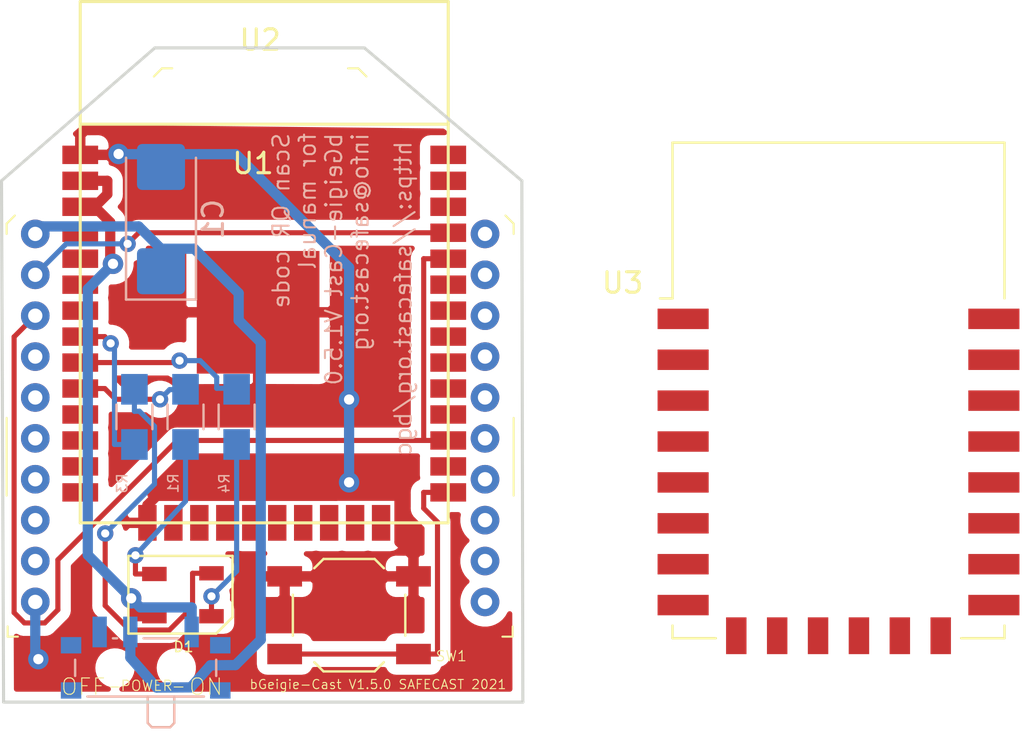
<source format=kicad_pcb>
(kicad_pcb (version 20210623) (generator pcbnew)
  (layers (0 "F.Cu" signal "Top") (31 "B.Cu" signal "Bottom") (34 "B.Paste" user) (35 "F.Paste" user) (36 "B.SilkS" user "B.Silkscreen") (37 "F.SilkS" user "F.Silkscreen") (38 "B.Mask" user) (39 "F.Mask" user) (44 "Edge.Cuts" user))
  (net 0 "")
  (net 1 "GND")
  (net 2 "VDD")
  (net 3 "Net-(D1-Pad1)")
  (net 4 "Net-(D1-Pad3)")
  (net 5 "Net-(D1-Pad4)")
  (net 6 "Net-(SW1-Pad1)")
  (net 7 "Net-(U1-Pad27)")
  (net 8 "+3V3")
  (net 9 "Net-(U1-Pad35)")
  (net 10 "Net-(R1-Pad1)")
  (net 11 "Net-(R3-Pad1)")
  (net 12 "Net-(R4-Pad1)")
  (footprint "Buttons_Switches_SMD:SW_SPST_TL3342" (layer "F.Cu") (at 152.75 118 180)
    (fp_text reference "SW1" hide)
    (fp_text value "TACT-SWITCH" hide)
    (fp_text user "${REFERENCE}" (at -5 -2) (layer "F.SilkS") (effects (font (size 0.5 0.5) (thickness 0.05))))
    (fp_line (start -1.7 2.3) (end -1.25 2.75) (layer "F.SilkS") (width 0.12))
    (fp_line (start -1.25 2.75) (end 1.25 2.75) (layer "F.SilkS") (width 0.12))
    (fp_line (start 1.7 2.3) (end 1.25 2.75) (layer "F.SilkS") (width 0.12))
    (fp_line (start -1.7 -2.3) (end -1.25 -2.75) (layer "F.SilkS") (width 0.12))
    (fp_line (start 1.7 -2.3) (end 1.25 -2.75) (layer "F.SilkS") (width 0.12))
    (fp_line (start -1.25 -2.75) (end 1.25 -2.75) (layer "F.SilkS") (width 0.12))
    (fp_line (start 2.75 -1) (end 2.75 1) (layer "F.SilkS") (width 0.12))
    (fp_line (start -2.75 -1) (end -2.75 1) (layer "F.SilkS") (width 0.12))
    (pad "1" smd rect locked (at 3.15 -1.9 180) (size 1.7 1) (layers "F.Cu" "F.Paste" "F.Mask") (net 6 "Net-(SW1-Pad1)"))
    (pad "1" smd rect locked (at -3.15 -1.9 180) (size 1.7 1) (layers "F.Cu" "F.Paste" "F.Mask") (net 6 "Net-(SW1-Pad1)"))
    (pad "2" smd rect locked (at -3.15 1.9 180) (size 1.7 1) (layers "F.Cu" "F.Paste" "F.Mask") (net 1 "GND"))
    (pad "2" smd rect locked (at 3.15 1.9 180) (size 1.7 1) (layers "F.Cu" "F.Paste" "F.Mask") (net 1 "GND"))
  )
  (footprint "digikey-footprints:DJS-BRGBC-TR8" (layer "F.Cu") (at 144.75 117 90)
    (fp_text reference "D1" (at -2.55 -0.1) (layer "F.SilkS") (effects (font (size 0.5 0.5) (thickness 0.075))))
    (fp_text value "RGB-LED")
    (fp_line (start -1.9 -2.794) (end 1.9 -2.794) (layer "F.SilkS") (width 0.12))
    (fp_line (start 1.9 2.3) (end -1.1 2.3) (layer "F.SilkS") (width 0.12))
    (fp_line (start -1.1 2.3) (end -1.9 1.5) (layer "F.SilkS") (width 0.12))
    (fp_line (start 1.9 -2.794) (end 1.9 2.3) (layer "F.SilkS") (width 0.12))
    (fp_line (start -1.9 1.5) (end -1.9 -2.794) (layer "F.SilkS") (width 0.12))
    (pad "1" smd rect locked (at -1.05 1.27 90) (size 0.7 1.2) (layers "F.Cu" "F.Paste" "F.Mask") (net 3 "Net-(D1-Pad1)"))
    (pad "2" smd rect locked (at -1.05 -1.524 90) (size 0.7 1.2) (layers "F.Cu" "F.Paste" "F.Mask") (net 8 "+3V3"))
    (pad "3" smd rect locked (at 1.016 -1.524 90) (size 0.7 1.2) (layers "F.Cu" "F.Paste" "F.Mask") (net 4 "Net-(D1-Pad3)"))
    (pad "4" smd rect locked (at 1.05 1.27 90) (size 0.7 1.2) (layers "F.Cu" "F.Paste" "F.Mask") (net 5 "Net-(D1-Pad4)"))
  )
  (footprint "digikey-footprints:XBEE-20_THT" (layer "F.Cu") (at 148.4 108.35)
    (fp_text reference "U2" (at 0 -18.49) (layer "F.SilkS"))
    (fp_text value "XBEE-socket")
    (fp_line (start 4.8 -17.1) (end 4.3 -17.1) (layer "F.SilkS") (width 0.1))
    (fp_line (start 12.4 -9.5) (end 12 -9.9) (layer "F.SilkS") (width 0.1))
    (fp_line (start -4.8 -17.1) (end -5.2 -16.7) (layer "F.SilkS") (width 0.1))
    (fp_line (start 12.4 -9.5) (end 12.4 -9) (layer "F.SilkS") (width 0.1))
    (fp_line (start 12.35 10.7) (end 11.85 10.7) (layer "F.SilkS") (width 0.1))
    (fp_line (start -12.35 10.7) (end -12.35 10.2) (layer "F.SilkS") (width 0.1))
    (fp_line (start -12.4 0) (end -12.4 3.8) (layer "F.SilkS") (width 0.1))
    (fp_line (start 12.4 0) (end 12.4 3.8) (layer "F.SilkS") (width 0.1))
    (fp_line (start -12.4 -9.5) (end -12.4 -9) (layer "F.SilkS") (width 0.1))
    (fp_line (start -12.4 -9.5) (end -12 -9.9) (layer "F.SilkS") (width 0.1))
    (fp_line (start 4.8 -17.1) (end 5.2 -16.7) (layer "F.SilkS") (width 0.1))
    (fp_line (start -12.35 10.7) (end -11.85 10.7) (layer "F.SilkS") (width 0.1))
    (fp_line (start 12.35 10.7) (end 12.35 10.2) (layer "F.SilkS") (width 0.1))
    (fp_line (start -4.8 -17.1) (end -4.3 -17.1) (layer "F.SilkS") (width 0.1))
    (pad "1" thru_hole circle locked (at -11 -9) (size 1.4 1.4) (drill 0.7) (layers *.Cu *.Mask) (net 2 "VDD"))
    (pad "2" thru_hole circle locked (at -11 -7) (size 1.4 1.4) (drill 0.7) (layers *.Cu *.Mask) (net 9 "Net-(U1-Pad35)"))
    (pad "3" thru_hole circle locked (at -11 -5) (size 1.4 1.4) (drill 0.7) (layers *.Cu *.Mask) (net 7 "Net-(U1-Pad27)"))
    (pad "4" thru_hole circle locked (at -11 -3) (size 1.4 1.4) (drill 0.7) (layers *.Cu *.Mask))
    (pad "5" thru_hole circle locked (at -11 -1) (size 1.4 1.4) (drill 0.7) (layers *.Cu *.Mask))
    (pad "6" thru_hole circle locked (at -11 1) (size 1.4 1.4) (drill 0.7) (layers *.Cu *.Mask))
    (pad "7" thru_hole circle locked (at -11 3) (size 1.4 1.4) (drill 0.7) (layers *.Cu *.Mask))
    (pad "8" thru_hole circle locked (at -11 5) (size 1.4 1.4) (drill 0.7) (layers *.Cu *.Mask))
    (pad "9" thru_hole circle locked (at -11 7) (size 1.4 1.4) (drill 0.7) (layers *.Cu *.Mask))
    (pad "10" thru_hole circle locked (at -11 9) (size 1.4 1.4) (drill 0.7) (layers *.Cu *.Mask) (net 1 "GND"))
    (pad "11" thru_hole circle locked (at 11 9) (size 1.4 1.4) (drill 0.7) (layers *.Cu *.Mask))
    (pad "12" thru_hole circle locked (at 11 7) (size 1.4 1.4) (drill 0.7) (layers *.Cu *.Mask))
    (pad "13" thru_hole circle locked (at 11 5) (size 1.4 1.4) (drill 0.7) (layers *.Cu *.Mask))
    (pad "14" thru_hole circle locked (at 11 3) (size 1.4 1.4) (drill 0.7) (layers *.Cu *.Mask))
    (pad "15" thru_hole circle locked (at 11 1) (size 1.4 1.4) (drill 0.7) (layers *.Cu *.Mask))
    (pad "16" thru_hole circle locked (at 11 -1) (size 1.4 1.4) (drill 0.7) (layers *.Cu *.Mask))
    (pad "17" thru_hole circle locked (at 11 -3) (size 1.4 1.4) (drill 0.7) (layers *.Cu *.Mask))
    (pad "18" thru_hole circle locked (at 11 -5) (size 1.4 1.4) (drill 0.7) (layers *.Cu *.Mask))
    (pad "19" thru_hole circle locked (at 11 -7) (size 1.4 1.4) (drill 0.7) (layers *.Cu *.Mask))
    (pad "20" thru_hole circle locked (at 11 -9) (size 1.4 1.4) (drill 0.7) (layers *.Cu *.Mask))
  )
  (footprint "ESP32-footprints-Lib:ESP-32S" (layer "F.Cu") (at 148.653 105)
    (fp_text reference "U1" (at -0.6 -9.1) (layer "F.SilkS"))
    (fp_text value "ESP32S")
    (fp_line (start 8.947434 -17.017338) (end -9.052566 -17.017338) (layer "F.SilkS") (width 0.15))
    (fp_line (start 8.947434 -11.017338) (end -9.052566 -11.017338) (layer "F.SilkS") (width 0.15))
    (fp_line (start 8.947434 8.482662) (end -9.052566 8.482662) (layer "F.SilkS") (width 0.15))
    (fp_line (start -9.052566 -17.017338) (end -9.052566 8.482662) (layer "F.SilkS") (width 0.15))
    (fp_line (start 8.947434 -17.017338) (end 8.947434 8.482662) (layer "F.SilkS") (width 0.15))
    (pad "1" smd rect locked (at -9.052566 -9.517338 180) (size 1.75 0.9) (layers "F.Cu" "F.Paste" "F.Mask") (net 1 "GND"))
    (pad "2" smd rect locked (at -9.052566 -8.247338 180) (size 1.75 0.9) (layers "F.Cu" "F.Paste" "F.Mask") (net 8 "+3V3"))
    (pad "3" smd rect locked (at -9.052566 -6.977338 180) (size 1.75 0.9) (layers "F.Cu" "F.Paste" "F.Mask") (net 8 "+3V3"))
    (pad "4" smd rect locked (at -9.052566 -5.707338 180) (size 1.75 0.9) (layers "F.Cu" "F.Paste" "F.Mask"))
    (pad "5" smd rect locked (at -9.052566 -4.437338 180) (size 1.75 0.9) (layers "F.Cu" "F.Paste" "F.Mask"))
    (pad "6" smd rect locked (at -9.052566 -3.167338 180) (size 1.75 0.9) (layers "F.Cu" "F.Paste" "F.Mask"))
    (pad "7" smd rect locked (at -9.052566 -1.897338 180) (size 1.75 0.9) (layers "F.Cu" "F.Paste" "F.Mask"))
    (pad "8" smd rect locked (at -9.052566 -0.627338 180) (size 1.75 0.9) (layers "F.Cu" "F.Paste" "F.Mask") (net 11 "Net-(R3-Pad1)"))
    (pad "9" smd rect locked (at -9.052566 0.642662 180) (size 1.75 0.9) (layers "F.Cu" "F.Paste" "F.Mask") (net 12 "Net-(R4-Pad1)"))
    (pad "10" smd rect locked (at -9.052566 1.912662 180) (size 1.75 0.9) (layers "F.Cu" "F.Paste" "F.Mask") (net 10 "Net-(R1-Pad1)"))
    (pad "11" smd rect locked (at -9.052566 3.182662 180) (size 1.75 0.9) (layers "F.Cu" "F.Paste" "F.Mask"))
    (pad "12" smd rect locked (at -9.052566 4.452662 180) (size 1.75 0.9) (layers "F.Cu" "F.Paste" "F.Mask"))
    (pad "13" smd rect locked (at -9.052566 5.722662 180) (size 1.75 0.9) (layers "F.Cu" "F.Paste" "F.Mask"))
    (pad "14" smd rect locked (at -9.052566 6.992662 180) (size 1.75 0.9) (layers "F.Cu" "F.Paste" "F.Mask"))
    (pad "15" smd rect locked (at -5.767566 8.482662 180) (size 0.9 1.75) (layers "F.Cu" "F.Paste" "F.Mask") (net 1 "GND"))
    (pad "16" smd rect locked (at -4.497566 8.482662 180) (size 0.9 1.75) (layers "F.Cu" "F.Paste" "F.Mask"))
    (pad "17" smd rect locked (at -3.227566 8.482662 180) (size 0.9 1.75) (layers "F.Cu" "F.Paste" "F.Mask"))
    (pad "18" smd rect locked (at -1.957566 8.482662 180) (size 0.9 1.75) (layers "F.Cu" "F.Paste" "F.Mask"))
    (pad "19" smd rect locked (at -0.687566 8.482662 180) (size 0.9 1.75) (layers "F.Cu" "F.Paste" "F.Mask"))
    (pad "20" smd rect locked (at 0.582434 8.482662 180) (size 0.9 1.75) (layers "F.Cu" "F.Paste" "F.Mask"))
    (pad "21" smd rect locked (at 1.852434 8.482662 180) (size 0.9 1.75) (layers "F.Cu" "F.Paste" "F.Mask"))
    (pad "22" smd rect locked (at 3.122434 8.482662 180) (size 0.9 1.75) (layers "F.Cu" "F.Paste" "F.Mask"))
    (pad "23" smd rect locked (at 4.392434 8.482662 180) (size 0.9 1.75) (layers "F.Cu" "F.Paste" "F.Mask"))
    (pad "24" smd rect locked (at 5.662434 8.482662 180) (size 0.9 1.75) (layers "F.Cu" "F.Paste" "F.Mask"))
    (pad "25" smd rect locked (at 8.947434 6.992662 180) (size 1.75 0.9) (layers "F.Cu" "F.Paste" "F.Mask") (net 6 "Net-(SW1-Pad1)"))
    (pad "26" smd rect locked (at 8.947434 5.722662 180) (size 1.75 0.9) (layers "F.Cu" "F.Paste" "F.Mask"))
    (pad "27" smd rect locked (at 8.947434 4.452662 180) (size 1.75 0.9) (layers "F.Cu" "F.Paste" "F.Mask") (net 7 "Net-(U1-Pad27)"))
    (pad "28" smd rect locked (at 8.947434 3.182662 180) (size 1.75 0.9) (layers "F.Cu" "F.Paste" "F.Mask"))
    (pad "29" smd rect locked (at 8.947434 1.912662 180) (size 1.75 0.9) (layers "F.Cu" "F.Paste" "F.Mask"))
    (pad "30" smd rect locked (at 8.947434 0.642662 180) (size 1.75 0.9) (layers "F.Cu" "F.Paste" "F.Mask"))
    (pad "31" smd rect locked (at 8.947434 -0.627338 180) (size 1.75 0.9) (layers "F.Cu" "F.Paste" "F.Mask"))
    (pad "32" smd rect locked (at 8.947434 -1.897338 180) (size 1.75 0.9) (layers "F.Cu" "F.Paste" "F.Mask"))
    (pad "33" smd rect locked (at 8.947434 -3.167338 180) (size 1.75 0.9) (layers "F.Cu" "F.Paste" "F.Mask"))
    (pad "34" smd rect locked (at 8.947434 -4.437338 180) (size 1.75 0.9) (layers "F.Cu" "F.Paste" "F.Mask") (net 7 "Net-(U1-Pad27)"))
    (pad "35" smd rect locked (at 8.947434 -5.707338 180) (size 1.75 0.9) (layers "F.Cu" "F.Paste" "F.Mask") (net 9 "Net-(U1-Pad35)"))
    (pad "36" smd rect locked (at 8.947434 -6.977338 180) (size 1.75 0.9) (layers "F.Cu" "F.Paste" "F.Mask"))
    (pad "37" smd rect locked (at 8.947434 -8.247338 180) (size 1.75 0.9) (layers "F.Cu" "F.Paste" "F.Mask"))
    (pad "38" smd rect locked (at 8.947434 -9.517338 180) (size 1.75 0.9) (layers "F.Cu" "F.Paste" "F.Mask"))
    (pad "39" smd rect locked (at -0.352566 -1.817338 180) (size 6 6) (layers "F.Cu" "F.Paste" "F.Mask") (net 1 "GND"))
  )
  (footprint "RF_Module:ESP-12E" (layer "F.Cu") (at 176.69 107.005)
    (fp_text reference "U3" (at -10.56 -5.26) (layer "F.SilkS"))
    (fp_text value "ESP32-C3")
    (fp_line (start 8.12 11.5) (end 8.12 12.12) (layer "F.SilkS") (width 0.12))
    (fp_line (start -8.12 -4.5) (end -8.73 -4.5) (layer "F.SilkS") (width 0.12))
    (fp_line (start -8.12 -12.12) (end 8.12 -12.12) (layer "F.SilkS") (width 0.12))
    (fp_line (start -8.12 12.12) (end -8.12 11.5) (layer "F.SilkS") (width 0.12))
    (fp_line (start 8.12 -12.12) (end 8.12 -4.5) (layer "F.SilkS") (width 0.12))
    (fp_line (start -6 12.12) (end -8.12 12.12) (layer "F.SilkS") (width 0.12))
    (fp_line (start -8.12 -4.5) (end -8.12 -12.12) (layer "F.SilkS") (width 0.12))
    (fp_line (start 8.12 12.12) (end 6 12.12) (layer "F.SilkS") (width 0.12))
    (pad "1" smd rect locked (at -7.6 -3.5) (size 2.5 1) (layers "F.Cu" "F.Paste" "F.Mask"))
    (pad "2" smd rect locked (at -7.6 -1.5) (size 2.5 1) (layers "F.Cu" "F.Paste" "F.Mask"))
    (pad "3" smd rect locked (at -7.6 0.5) (size 2.5 1) (layers "F.Cu" "F.Paste" "F.Mask"))
    (pad "4" smd rect locked (at -7.6 2.5) (size 2.5 1) (layers "F.Cu" "F.Paste" "F.Mask"))
    (pad "5" smd rect locked (at -7.6 4.5) (size 2.5 1) (layers "F.Cu" "F.Paste" "F.Mask"))
    (pad "6" smd rect locked (at -7.6 6.5) (size 2.5 1) (layers "F.Cu" "F.Paste" "F.Mask"))
    (pad "7" smd rect locked (at -7.6 8.5) (size 2.5 1) (layers "F.Cu" "F.Paste" "F.Mask"))
    (pad "8" smd rect locked (at -7.6 10.5) (size 2.5 1) (layers "F.Cu" "F.Paste" "F.Mask"))
    (pad "9" smd rect locked (at -5 12) (size 1 1.8) (layers "F.Cu" "F.Paste" "F.Mask"))
    (pad "10" smd rect locked (at -3 12) (size 1 1.8) (layers "F.Cu" "F.Paste" "F.Mask"))
    (pad "11" smd rect locked (at -1 12) (size 1 1.8) (layers "F.Cu" "F.Paste" "F.Mask"))
    (pad "12" smd rect locked (at 1 12) (size 1 1.8) (layers "F.Cu" "F.Paste" "F.Mask"))
    (pad "13" smd rect locked (at 3 12) (size 1 1.8) (layers "F.Cu" "F.Paste" "F.Mask"))
    (pad "14" smd rect locked (at 5 12) (size 1 1.8) (layers "F.Cu" "F.Paste" "F.Mask"))
    (pad "15" smd rect locked (at 7.6 10.5) (size 2.5 1) (layers "F.Cu" "F.Paste" "F.Mask"))
    (pad "16" smd rect locked (at 7.6 8.5) (size 2.5 1) (layers "F.Cu" "F.Paste" "F.Mask"))
    (pad "17" smd rect locked (at 7.6 6.5) (size 2.5 1) (layers "F.Cu" "F.Paste" "F.Mask"))
    (pad "18" smd rect locked (at 7.6 4.5) (size 2.5 1) (layers "F.Cu" "F.Paste" "F.Mask"))
    (pad "19" smd rect locked (at 7.6 2.5) (size 2.5 1) (layers "F.Cu" "F.Paste" "F.Mask"))
    (pad "20" smd rect locked (at 7.6 0.5) (size 2.5 1) (layers "F.Cu" "F.Paste" "F.Mask"))
    (pad "21" smd rect locked (at 7.6 -1.5) (size 2.5 1) (layers "F.Cu" "F.Paste" "F.Mask"))
    (pad "22" smd rect locked (at 7.6 -3.5) (size 2.5 1) (layers "F.Cu" "F.Paste" "F.Mask"))
  )
  (footprint "Buttons_Switches_SMD:SW_SPDT_PCM12" (layer "B.Cu") (at 142.8 120.25 180)
    (fp_text reference "SW2" hide)
    (fp_text value "SWITCH_INV" hide)
    (fp_line (start -0.1 -3.02) (end -0.3 -3.23) (layer "B.SilkS") (width 0.12))
    (fp_line (start -1.4 -3.02) (end -1.2 -3.23) (layer "B.SilkS") (width 0.12))
    (fp_line (start -2.85 -1.73) (end 2.85 -1.73) (layer "B.SilkS") (width 0.12))
    (fp_line (start -1.2 -3.23) (end -0.3 -3.23) (layer "B.SilkS") (width 0.12))
    (fp_line (start -1.6 1.12) (end 0.1 1.12) (layer "B.SilkS") (width 0.12))
    (fp_line (start 3.45 -0.72) (end 3.45 0.07) (layer "B.SilkS") (width 0.12))
    (fp_line (start 1.4 1.12) (end 1.6 1.12) (layer "B.SilkS") (width 0.12))
    (fp_line (start -3.45 0.07) (end -3.45 -0.72) (layer "B.SilkS") (width 0.12))
    (fp_line (start -0.1 -3.02) (end -0.1 -1.73) (layer "B.SilkS") (width 0.12))
    (fp_line (start -1.4 -1.73) (end -1.4 -3.02) (layer "B.SilkS") (width 0.12))
    (pad "" smd rect locked (at 3.65 -1.43 180) (size 1 0.8) (layers "B.Cu" "B.Paste" "B.Mask"))
    (pad "" smd rect locked (at -3.65 0.78 180) (size 1 0.8) (layers "B.Cu" "B.Paste" "B.Mask"))
    (pad "" smd rect locked (at 3.65 0.78 180) (size 1 0.8) (layers "B.Cu" "B.Paste" "B.Mask"))
    (pad "" np_thru_hole circle locked (at 1.5 -0.33 180) (size 0.9 0.9) (drill 0.9) (layers *.Cu *.Mask))
    (pad "" np_thru_hole circle locked (at -1.5 -0.33 180) (size 0.9 0.9) (drill 0.9) (layers *.Cu *.Mask))
    (pad "" smd rect locked (at -3.65 -1.43 180) (size 1 0.8) (layers "B.Cu" "B.Paste" "B.Mask"))
    (pad "1" smd rect locked (at -2.25 1.43 180) (size 0.7 1.5) (layers "B.Cu" "B.Paste" "B.Mask") (net 8 "+3V3"))
    (pad "2" smd rect locked (at 0.75 1.43 180) (size 0.7 1.5) (layers "B.Cu" "B.Paste" "B.Mask") (net 2 "VDD"))
    (pad "3" smd rect locked (at 2.25 1.43 180) (size 0.7 1.5) (layers "B.Cu" "B.Paste" "B.Mask"))
  )
  (footprint "Capacitor_Tantalum_SMD:CP_EIA-6032-15_Kemet-U_Pad2.25x2.35mm_HandSolder" (layer "B.Cu") (at 143.55 98.625 90)
    (fp_text reference "C1" (at 0 2.55 90) (layer "B.SilkS") (effects (justify mirror)))
    (fp_text value "330uF")
    (fp_line (start -3.935 -1.71) (end 3 -1.71) (layer "B.SilkS") (width 0.12))
    (fp_line (start 3 1.71) (end -3.935 1.71) (layer "B.SilkS") (width 0.12))
    (fp_line (start -3.935 1.71) (end -3.935 -1.71) (layer "B.SilkS") (width 0.12))
    (pad "1" smd roundrect locked (at -2.55 0 90) (size 2.25 2.35) (layers "B.Cu" "B.Paste" "B.Mask") (roundrect_rratio 0.111111) (net 2 "VDD"))
    (pad "2" smd roundrect locked (at 2.55 0 90) (size 2.25 2.35) (layers "B.Cu" "B.Paste" "B.Mask") (roundrect_rratio 0.111111) (net 1 "GND"))
  )
  (footprint "Resistors_SMD:R_0805_HandSoldering" (layer "B.Cu") (at 144.75 108.3 -90)
    (fp_text reference "R1" (at 3.25 0.6 -90) (layer "B.SilkS") (effects (font (size 0.5 0.5) (thickness 0.075)) (justify mirror)))
    (fp_text value "470")
    (fp_line (start 0.6 -0.88) (end -0.6 -0.88) (layer "B.SilkS") (width 0.12))
    (fp_line (start -0.6 0.88) (end 0.6 0.88) (layer "B.SilkS") (width 0.12))
    (pad "1" smd rect locked (at -1.35 0 270) (size 1.5 1.3) (layers "B.Cu" "B.Paste" "B.Mask") (net 10 "Net-(R1-Pad1)"))
    (pad "2" smd rect locked (at 1.35 0 270) (size 1.5 1.3) (layers "B.Cu" "B.Paste" "B.Mask") (net 4 "Net-(D1-Pad3)"))
  )
  (footprint "Resistors_SMD:R_0805_HandSoldering" (layer "B.Cu") (at 142.25 108.3 90)
    (fp_text reference "R3" (at -3.25 -0.6 90) (layer "B.SilkS") (effects (font (size 0.5 0.5) (thickness 0.075)) (justify mirror)))
    (fp_text value "470")
    (fp_line (start 0.6 -0.88) (end -0.6 -0.88) (layer "B.SilkS") (width 0.12))
    (fp_line (start -0.6 0.88) (end 0.6 0.88) (layer "B.SilkS") (width 0.12))
    (pad "1" smd rect locked (at -1.35 0 90) (size 1.5 1.3) (layers "B.Cu" "B.Paste" "B.Mask") (net 11 "Net-(R3-Pad1)"))
    (pad "2" smd rect locked (at 1.35 0 90) (size 1.5 1.3) (layers "B.Cu" "B.Paste" "B.Mask") (net 5 "Net-(D1-Pad4)"))
  )
  (footprint "Resistors_SMD:R_0805_HandSoldering" (layer "B.Cu") (at 147.25 108.3 -90)
    (fp_text reference "R4" (at 3.25 0.6 -90) (layer "B.SilkS") (effects (font (size 0.5 0.5) (thickness 0.075)) (justify mirror)))
    (fp_text value "470")
    (fp_line (start 0.6 -0.88) (end -0.6 -0.88) (layer "B.SilkS") (width 0.12))
    (fp_line (start -0.6 0.88) (end 0.6 0.88) (layer "B.SilkS") (width 0.12))
    (pad "1" smd rect locked (at -1.35 0 270) (size 1.5 1.3) (layers "B.Cu" "B.Paste" "B.Mask") (net 12 "Net-(R4-Pad1)"))
    (pad "2" smd rect locked (at 1.35 0 270) (size 1.5 1.3) (layers "B.Cu" "B.Paste" "B.Mask") (net 3 "Net-(D1-Pad1)"))
  )
  (gr_line (start 143.25 90.25) (end 153.5 90.25) (layer "Edge.Cuts") (width 0.15))
  (gr_line (start 135.75 96.75) (end 143.25 90.25) (layer "Edge.Cuts") (width 0.15))
  (gr_line (start 135.75 96.75) (end 135.85 122.25) (layer "Edge.Cuts") (width 0.15))
  (gr_line (start 161.25 122.25) (end 135.85 122.25) (layer "Edge.Cuts") (width 0.15))
  (gr_line (start 161.2011 96.75) (end 161.25 122.25) (layer "Edge.Cuts") (width 0.15))
  (gr_line (start 153.5 90.25) (end 161.2011 96.75) (layer "Edge.Cuts") (width 0.15))
  (gr_text "Scan QR code \nfor manual\nbGeigie-Cast V1.5.0 \ninfo@safecast.org\n" (at 151.36 94.35 90) (layer "B.SilkS") (effects (font (size 0.8 0.8) (thickness 0.1)) (justify left mirror)))
  (gr_text "https://safecast.org/bgc" (at 155.4 102.51 90) (layer "B.SilkS") (effects (font (size 0.8 0.8) (thickness 0.1)) (justify mirror)))
  (gr_text "OFF" (at 139.75 121.5) (layer "F.SilkS") (effects (font (size 0.8 0.8) (thickness 0.05))))
  (gr_text "bGeigie-Cast V1.5.0 SAFECAST 2021" (at 147.85 121.65) (layer "F.SilkS") (effects (font (size 0.45 0.45) (thickness 0.05)) (justify left bottom)))
  (gr_text "ON" (at 145.75 121.5) (layer "F.SilkS") (effects (font (size 0.8 0.8) (thickness 0.05))))
  (gr_text "—POWER—" (at 142.85 121.45) (layer "F.SilkS") (effects (font (size 0.5 0.5) (thickness 0.05))))
  (segment (start 152.250001 111.999999) (end 152.75 111.5) (width 0.5) (layer "F.Cu") (net 1))
  (segment (start 155.215435 112.247661) (end 155.215435 114.415435) (width 0.5) (layer "F.Cu") (net 1))
  (segment (start 155.215435 114.415435) (end 155.9 115.1) (width 0.5) (layer "F.Cu") (net 1))
  (segment (start 155.125435 112.157661) (end 155.215435 112.247661) (width 0.5) (layer "F.Cu") (net 1))
  (segment (start 142.885434 113.482662) (end 142.885434 112.61766) (width 0.5) (layer "F.Cu") (net 1))
  (segment (start 142.885434 112.61766) (end 143.345433 112.157661) (width 0.5) (layer "F.Cu") (net 1))
  (segment (start 143.345433 112.157661) (end 155.125435 112.157661) (width 0.5) (layer "F.Cu") (net 1))
  (segment (start 143.345433 112.157661) (end 152.092339 112.157661) (width 0.5) (layer "F.Cu") (net 1))
  (segment (start 155.9 115.1) (end 155.9 116.1) (width 0.5) (layer "F.Cu") (net 1))
  (segment (start 152.092339 112.157661) (end 152.250001 111.999999) (width 0.5) (layer "F.Cu") (net 1))
  (via (at 152.75 111.5) (size 1) (drill 0.5) (layers "F.Cu" "B.Cu") (net 1))
  (via (at 152.75 107.45) (size 1) (drill 0.5) (layers "F.Cu" "B.Cu") (net 1))
  (via (at 137.55 120.15) (size 1) (drill 0.5) (layers "F.Cu" "B.Cu") (net 1))
  (via (at 141.4754 95.4401) (size 1) (drill 0.5) (layers "F.Cu" "B.Cu") (net 1))
  (segment (start 152.75 100.989998) (end 147.210002 95.45) (width 0.5) (layer "B.Cu") (net 1))
  (segment (start 137.4 117.35) (end 137.4 120) (width 0.5) (layer "B.Cu") (net 1))
  (segment (start 141.4754 95.4401) (end 141.7398 95.4401) (width 0.5) (layer "B.Cu") (net 1))
  (segment (start 137.4 120) (end 137.55 120.15) (width 0.5) (layer "B.Cu") (net 1))
  (segment (start 147.210002 95.45) (end 145.4 95.45) (width 0.5) (layer "B.Cu") (net 1))
  (segment (start 152.75 107.45) (end 152.75 111.5) (width 0.5) (layer "B.Cu") (net 1))
  (segment (start 143.55 95.45) (end 141.7497 95.45) (width 0.5) (layer "B.Cu") (net 1))
  (segment (start 152.75 107.45) (end 152.75 100.989998) (width 0.5) (layer "B.Cu") (net 1))
  (segment (start 141.7398 95.4401) (end 141.7497 95.45) (width 0.5) (layer "B.Cu") (net 1))
  (segment (start 145.4 95.45) (end 143.55 95.45) (width 0.5) (layer "B.Cu") (net 1))
  (segment (start 146.21 120.45) (end 145.969998 120.45) (width 0.5) (layer "B.Cu") (net 2))
  (segment (start 143.55 100.0747) (end 145.1747 100.0747) (width 0.5) (layer "B.Cu") (net 2))
  (segment (start 147.35 102.25) (end 147.35 103.5753) (width 0.5) (layer "B.Cu") (net 2))
  (segment (start 145.1747 100.0747) (end 147.35 102.25) (width 0.5) (layer "B.Cu") (net 2))
  (segment (start 148.43 104.6553) (end 148.43 119.200002) (width 0.5) (layer "B.Cu") (net 2))
  (segment (start 148.43 119.200002) (end 147.190002 120.44) (width 0.5) (layer "B.Cu") (net 2))
  (segment (start 147.190002 120.44) (end 146.21 120.45) (width 0.5) (layer "B.Cu") (net 2))
  (segment (start 137.7674 98.9826) (end 142.4579 98.9826) (width 0.5) (layer "B.Cu") (net 2))
  (segment (start 147.35 103.5753) (end 148.43 104.6553) (width 0.5) (layer "B.Cu") (net 2))
  (segment (start 142.05 120.07) (end 142.05 118.82) (width 0.5) (layer "B.Cu") (net 2))
  (segment (start 145.969998 120.45) (end 145.01 121.53) (width 0.5) (layer "B.Cu") (net 2))
  (segment (start 143.34 121.54) (end 142.05 120.07) (width 0.5) (layer "B.Cu") (net 2))
  (segment (start 143.55 101.8) (end 143.55 100.0747) (width 0.5) (layer "B.Cu") (net 2))
  (segment (start 145.01 121.53) (end 143.34 121.54) (width 0.5) (layer "B.Cu") (net 2))
  (segment (start 137.4 99.35) (end 137.7674 98.9826) (width 0.5) (layer "B.Cu") (net 2))
  (segment (start 142.4579 98.9826) (end 143.55 100.0747) (width 0.5) (layer "B.Cu") (net 2))
  (segment (start 146.02 118.05) (end 146.02 117.0779) (width 0.25) (layer "F.Cu") (net 3))
  (via (at 146.02 117.0779) (size 0.8) (drill 0.4) (layers "F.Cu" "B.Cu") (net 3))
  (segment (start 147.25 115.8479) (end 146.02 117.0779) (width 0.25) (layer "B.Cu") (net 3))
  (segment (start 147.25 109.6) (end 147.25 115.8479) (width 0.25) (layer "B.Cu") (net 3))
  (segment (start 143.226 115.984) (end 142.3007 115.984) (width 0.25) (layer "F.Cu") (net 4))
  (segment (start 142.3007 115.984) (end 142.3007 115.0704) (width 0.25) (layer "F.Cu") (net 4))
  (via (at 142.3007 115.0704) (size 0.8) (drill 0.4) (layers "F.Cu" "B.Cu") (net 4))
  (segment (start 144.75 112.4211) (end 142.3007 115.0704) (width 0.25) (layer "B.Cu") (net 4))
  (segment (start 144.75 112.4211) (end 144.75 109.65) (width 0.25) (layer "B.Cu") (net 4))
  (segment (start 145.0947 117.5914) (end 145.0947 115.95) (width 0.25) (layer "F.Cu") (net 5))
  (segment (start 140.8203 114.0018) (end 140.8203 117.5311) (width 0.25) (layer "F.Cu") (net 5))
  (segment (start 140.8203 117.5311) (end 142.0146 118.7254) (width 0.25) (layer "F.Cu") (net 5))
  (segment (start 142.0146 118.7254) (end 143.9607 118.7254) (width 0.25) (layer "F.Cu") (net 5))
  (segment (start 146.02 115.95) (end 145.0947 115.95) (width 0.25) (layer "F.Cu") (net 5))
  (segment (start 143.9607 118.7254) (end 145.0947 117.5914) (width 0.25) (layer "F.Cu") (net 5))
  (via (at 140.8203 114.0018) (size 0.8) (drill 0.4) (layers "F.Cu" "B.Cu") (net 5))
  (segment (start 143.233 111.5891) (end 140.8203 114.0018) (width 0.25) (layer "B.Cu") (net 5))
  (segment (start 142.25 108.0253) (end 142.4964 108.0253) (width 0.25) (layer "B.Cu") (net 5))
  (segment (start 142.4964 108.0253) (end 143.233 108.7619) (width 0.25) (layer "B.Cu") (net 5))
  (segment (start 143.233 108.7619) (end 143.233 111.5891) (width 0.25) (layer "B.Cu") (net 5))
  (segment (start 142.25 106.95) (end 142.25 108.0253) (width 0.25) (layer "B.Cu") (net 5))
  (segment (start 157.0753 113.4432) (end 156.4001 112.768) (width 0.25) (layer "F.Cu") (net 6))
  (segment (start 156.4001 112.768) (end 156.4001 111.9927) (width 0.25) (layer "F.Cu") (net 6))
  (segment (start 157.0753 119.9) (end 157.0753 113.4432) (width 0.25) (layer "F.Cu") (net 6))
  (segment (start 157.6004 111.9927) (end 156.4001 111.9927) (width 0.25) (layer "F.Cu") (net 6))
  (segment (start 155.9 119.9) (end 157.0753 119.9) (width 0.25) (layer "F.Cu") (net 6))
  (segment (start 149.6 119.9) (end 155.9 119.9) (width 0.25) (layer "F.Cu") (net 6))
  (segment (start 157.6004 100.5627) (end 156.4001 100.5627) (width 0.25) (layer "F.Cu") (net 7))
  (segment (start 136.8701 118.3796) (end 136.3653 117.8748) (width 0.25) (layer "F.Cu") (net 7))
  (segment (start 156.5127 109.4527) (end 156.4001 109.4527) (width 0.25) (layer "F.Cu") (net 7))
  (segment (start 144.3436 109.4527) (end 138.5059 115.2904) (width 0.25) (layer "F.Cu") (net 7))
  (segment (start 136.3653 117.8748) (end 136.3653 104.3847) (width 0.25) (layer "F.Cu") (net 7))
  (segment (start 137.8611 118.3796) (end 136.8701 118.3796) (width 0.25) (layer "F.Cu") (net 7))
  (segment (start 156.4001 109.4527) (end 156.4001 100.5627) (width 0.25) (layer "F.Cu") (net 7))
  (segment (start 156.4001 109.4527) (end 144.3436 109.4527) (width 0.25) (layer "F.Cu") (net 7))
  (segment (start 136.3653 104.3847) (end 137.4 103.35) (width 0.25) (layer "F.Cu") (net 7))
  (segment (start 157.6004 109.4527) (end 156.5127 109.4527) (width 0.25) (layer "F.Cu") (net 7))
  (segment (start 138.5059 117.7348) (end 137.8611 118.3796) (width 0.25) (layer "F.Cu") (net 7))
  (segment (start 138.5059 115.2904) (end 138.5059 117.7348) (width 0.25) (layer "F.Cu") (net 7))
  (segment (start 140.2631 98.0227) (end 140.3075 98.0227) (width 0.5) (layer "F.Cu") (net 8))
  (segment (start 141.0668 100.6769) (end 141.2023 100.8124) (width 0.5) (layer "F.Cu") (net 8))
  (segment (start 140.3075 98.0227) (end 141.0668 98.782) (width 0.5) (layer "F.Cu") (net 8))
  (segment (start 143.226 118.05) (end 142.1757 118.05) (width 0.5) (layer "F.Cu") (net 8))
  (segment (start 140.9257 97.4045) (end 140.9257 96.7527) (width 0.5) (layer "F.Cu") (net 8))
  (segment (start 139.6004 96.7527) (end 140.9257 96.7527) (width 0.5) (layer "F.Cu") (net 8))
  (segment (start 139.6004 98.0227) (end 140.2631 98.0227) (width 0.5) (layer "F.Cu") (net 8))
  (segment (start 140.3075 98.0227) (end 140.9257 97.4045) (width 0.5) (layer "F.Cu") (net 8))
  (segment (start 141.0668 98.782) (end 141.0668 100.6769) (width 0.5) (layer "F.Cu") (net 8))
  (segment (start 142.0924 117.1747) (end 142.1757 117.258) (width 0.5) (layer "F.Cu") (net 8))
  (segment (start 142.1757 117.258) (end 142.1757 118.05) (width 0.5) (layer "F.Cu") (net 8))
  (via (at 141.2023 100.8124) (size 1) (drill 0.5) (layers "F.Cu" "B.Cu") (net 8))
  (via (at 142.0924 117.1747) (size 1) (drill 0.5) (layers "F.Cu" "B.Cu") (net 8))
  (segment (start 139.9699 115.0522) (end 139.9699 102.0448) (width 0.5) (layer "B.Cu") (net 8))
  (segment (start 142.5374 117.6197) (end 142.0924 117.1747) (width 0.5) (layer "B.Cu") (net 8))
  (segment (start 145.05 117.6197) (end 142.5374 117.6197) (width 0.5) (layer "B.Cu") (net 8))
  (segment (start 142.0924 117.1747) (end 139.9699 115.0522) (width 0.5) (layer "B.Cu") (net 8))
  (segment (start 139.9699 102.0448) (end 141.2023 100.8124) (width 0.5) (layer "B.Cu") (net 8))
  (segment (start 145.05 118.82) (end 145.05 117.6197) (width 0.5) (layer "B.Cu") (net 8))
  (segment (start 142.4602 99.2927) (end 141.9171 99.8358) (width 0.25) (layer "F.Cu") (net 9))
  (segment (start 157.6004 99.2927) (end 142.4602 99.2927) (width 0.25) (layer "F.Cu") (net 9))
  (via (at 141.9171 99.8358) (size 0.8) (drill 0.4) (layers "F.Cu" "B.Cu") (net 9))
  (segment (start 138.9142 99.8358) (end 137.4 101.35) (width 0.25) (layer "B.Cu") (net 9))
  (segment (start 141.9171 99.8358) (end 138.9142 99.8358) (width 0.25) (layer "B.Cu") (net 9))
  (segment (start 140.8007 106.9127) (end 141.3265 107.4385) (width 0.25) (layer "F.Cu") (net 10))
  (segment (start 141.3265 107.4385) (end 143.5017 107.4385) (width 0.25) (layer "F.Cu") (net 10))
  (segment (start 139.6004 106.9127) (end 140.8007 106.9127) (width 0.25) (layer "F.Cu") (net 10))
  (via (at 143.5017 107.4385) (size 0.8) (drill 0.4) (layers "F.Cu" "B.Cu") (net 10))
  (segment (start 143.9747 106.9655) (end 143.5017 107.4385) (width 0.25) (layer "B.Cu") (net 10))
  (segment (start 144.7345 106.9655) (end 144.75 106.95) (width 0.25) (layer "B.Cu") (net 10))
  (segment (start 143.9747 106.9655) (end 144.7345 106.9655) (width 0.25) (layer "B.Cu") (net 10))
  (segment (start 140.8007 104.3727) (end 140.8007 104.4148) (width 0.25) (layer "F.Cu") (net 11))
  (segment (start 140.8007 104.4148) (end 141.0877 104.7018) (width 0.25) (layer "F.Cu") (net 11))
  (segment (start 139.6004 104.3727) (end 140.8007 104.3727) (width 0.25) (layer "F.Cu") (net 11))
  (via (at 141.0877 104.7018) (size 0.8) (drill 0.4) (layers "F.Cu" "B.Cu") (net 11))
  (segment (start 141.2747 104.8888) (end 141.0877 104.7018) (width 0.25) (layer "B.Cu") (net 11))
  (segment (start 142.25 109.65) (end 141.2747 109.65) (width 0.25) (layer "B.Cu") (net 11))
  (segment (start 141.2747 109.65) (end 141.2747 104.8888) (width 0.25) (layer "B.Cu") (net 11))
  (segment (start 139.6004 105.6427) (end 144.3629 105.6427) (width 0.25) (layer "F.Cu") (net 12))
  (segment (start 144.3629 105.6427) (end 144.4578 105.5478) (width 0.25) (layer "F.Cu") (net 12))
  (via (at 144.4578 105.5478) (size 0.8) (drill 0.4) (layers "F.Cu" "B.Cu") (net 12))
  (segment (start 146.2747 106.9) (end 146.2747 106.3576) (width 0.25) (layer "B.Cu") (net 12))
  (segment (start 147.25 106.9) (end 146.2747 106.9) (width 0.25) (layer "B.Cu") (net 12))
  (segment (start 146.2747 106.3576) (end 145.4649 105.5478) (width 0.25) (layer "B.Cu") (net 12))
  (segment (start 145.4649 105.5478) (end 144.4578 105.5478) (width 0.25) (layer "B.Cu") (net 12))
  (zone (net 1) (net_name "GND") (layer "F.Cu") (connect_pads (clearance 0.508)) (min_thickness 0.254) (fill yes (thermal_gap 0.508) (thermal_bridge_width 0.508))
    (polygon (pts (xy 135.95 97.3) (xy 139.25 94) (xy 157.8 94.2) (xy 161.25 97) (xy 161.5 122.25) (xy 135.95 122.6)))
  )
)
</source>
